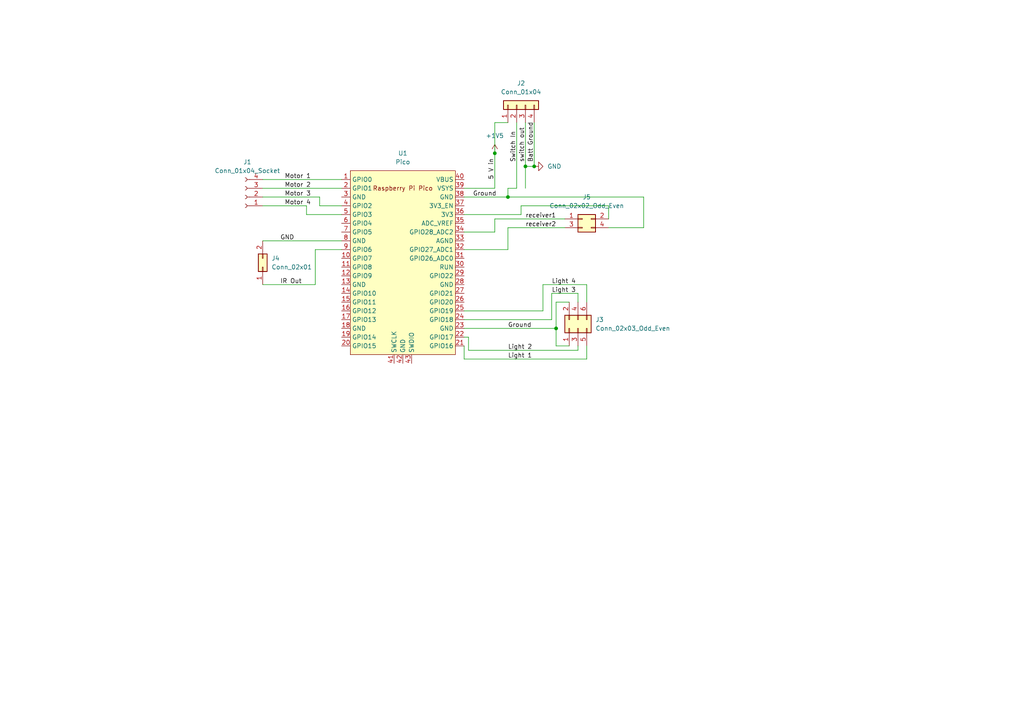
<source format=kicad_sch>
(kicad_sch (version 20231120) (generator "eeschema") (generator_version "8.0")
  (paper "A4")
  (lib_symbols
    (symbol "Connector:Conn_01x04_Socket" (pin_names (offset 1.016) hide)
      (property "Reference" "J" (at 0 5.08 0))
      (property "Value" "Conn_01x04_Socket" (at 0 -7.62 0))
      (symbol "Conn_01x04_Socket_1_1"
        (arc (start 0 -4.572) (mid -0.5058 -5.08) (end 0 -5.588) (stroke (width 0.1524)))
        (arc (start 0 -2.032) (mid -0.5058 -2.54) (end 0 -3.048) (stroke (width 0.1524)))
        (polyline (pts (xy -1.27 -5.08) (xy -0.508 -5.08)) (stroke (width 0.1524)))
        (polyline (pts (xy -1.27 -2.54) (xy -0.508 -2.54)) (stroke (width 0.1524)))
        (polyline (pts (xy -1.27 0) (xy -0.508 0)) (stroke (width 0.1524)))
        (polyline (pts (xy -1.27 2.54) (xy -0.508 2.54)) (stroke (width 0.1524)))
        (arc (start 0 0.508) (mid -0.5058 0) (end 0 -0.508) (stroke (width 0.1524)))
        (arc (start 0 3.048) (mid -0.5058 2.54) (end 0 2.032) (stroke (width 0.1524)))
        (pin passive line (at -5.08 2.54 0) (length 3.81) (name "Pin_1") (number "1"))
        (pin passive line (at -5.08 0 0) (length 3.81) (name "Pin_2") (number "2"))
        (pin passive line (at -5.08 -2.54 0) (length 3.81) (name "Pin_3") (number "3"))
        (pin passive line (at -5.08 -5.08 0) (length 3.81) (name "Pin_4") (number "4"))
      )
    )
    (symbol "Connector_Generic:Conn_01x04" (pin_names (offset 1.016) hide)
      (property "Reference" "J" (at 0 5.08 0))
      (property "Value" "Conn_01x04" (at 0 -7.62 0))
      (symbol "Conn_01x04_1_1"
        (rectangle (start -1.27 -4.953) (end 0 -5.207) (stroke (width 0.1524)))
        (rectangle (start -1.27 -2.413) (end 0 -2.667) (stroke (width 0.1524)))
        (rectangle (start -1.27 0.127) (end 0 -0.127) (stroke (width 0.1524)))
        (rectangle (start -1.27 2.667) (end 0 2.413) (stroke (width 0.1524)))
        (rectangle (start -1.27 3.81) (end 1.27 -6.35) (stroke (width 0.254)) (fill (type background)))
        (pin passive line (at -5.08 2.54 0) (length 3.81) (name "Pin_1") (number "1"))
        (pin passive line (at -5.08 0 0) (length 3.81) (name "Pin_2") (number "2"))
        (pin passive line (at -5.08 -2.54 0) (length 3.81) (name "Pin_3") (number "3"))
        (pin passive line (at -5.08 -5.08 0) (length 3.81) (name "Pin_4") (number "4"))
      )
    )
    (symbol "Connector_Generic:Conn_02x01" (pin_names (offset 1.016) hide)
      (property "Reference" "J" (at 1.27 2.54 0))
      (property "Value" "Conn_02x01" (at 1.27 -2.54 0))
      (symbol "Conn_02x01_1_1"
        (rectangle (start -1.27 0.127) (end 0 -0.127) (stroke (width 0.1524)))
        (rectangle (start -1.27 1.27) (end 3.81 -1.27) (stroke (width 0.254)) (fill (type background)))
        (rectangle (start 3.81 0.127) (end 2.54 -0.127) (stroke (width 0.1524)))
        (pin passive line (at -5.08 0 0) (length 3.81) (name "Pin_1") (number "1"))
        (pin passive line (at 7.62 0 180) (length 3.81) (name "Pin_2") (number "2"))
      )
    )
    (symbol "Connector_Generic:Conn_02x02_Odd_Even" (pin_names (offset 1.016) hide)
      (property "Reference" "J" (at 1.27 2.54 0))
      (property "Value" "Conn_02x02_Odd_Even" (at 1.27 -5.08 0))
      (symbol "Conn_02x02_Odd_Even_1_1"
        (rectangle (start -1.27 -2.413) (end 0 -2.667) (stroke (width 0.1524)))
        (rectangle (start -1.27 0.127) (end 0 -0.127) (stroke (width 0.1524)))
        (rectangle (start -1.27 1.27) (end 3.81 -3.81) (stroke (width 0.254)) (fill (type background)))
        (rectangle (start 3.81 -2.413) (end 2.54 -2.667) (stroke (width 0.1524)))
        (rectangle (start 3.81 0.127) (end 2.54 -0.127) (stroke (width 0.1524)))
        (pin passive line (at -5.08 0 0) (length 3.81) (name "Pin_1") (number "1"))
        (pin passive line (at 7.62 0 180) (length 3.81) (name "Pin_2") (number "2"))
        (pin passive line (at -5.08 -2.54 0) (length 3.81) (name "Pin_3") (number "3"))
        (pin passive line (at 7.62 -2.54 180) (length 3.81) (name "Pin_4") (number "4"))
      )
    )
    (symbol "Connector_Generic:Conn_02x03_Odd_Even" (pin_names (offset 1.016) hide)
      (property "Reference" "J" (at 1.27 5.08 0))
      (property "Value" "Conn_02x03_Odd_Even" (at 1.27 -5.08 0))
      (symbol "Conn_02x03_Odd_Even_1_1"
        (rectangle (start -1.27 -2.413) (end 0 -2.667) (stroke (width 0.1524)))
        (rectangle (start -1.27 0.127) (end 0 -0.127) (stroke (width 0.1524)))
        (rectangle (start -1.27 2.667) (end 0 2.413) (stroke (width 0.1524)))
        (rectangle (start -1.27 3.81) (end 3.81 -3.81) (stroke (width 0.254)) (fill (type background)))
        (rectangle (start 3.81 -2.413) (end 2.54 -2.667) (stroke (width 0.1524)))
        (rectangle (start 3.81 0.127) (end 2.54 -0.127) (stroke (width 0.1524)))
        (rectangle (start 3.81 2.667) (end 2.54 2.413) (stroke (width 0.1524)))
        (pin passive line (at -5.08 2.54 0) (length 3.81) (name "Pin_1") (number "1"))
        (pin passive line (at 7.62 2.54 180) (length 3.81) (name "Pin_2") (number "2"))
        (pin passive line (at -5.08 0 0) (length 3.81) (name "Pin_3") (number "3"))
        (pin passive line (at 7.62 0 180) (length 3.81) (name "Pin_4") (number "4"))
        (pin passive line (at -5.08 -2.54 0) (length 3.81) (name "Pin_5") (number "5"))
        (pin passive line (at 7.62 -2.54 180) (length 3.81) (name "Pin_6") (number "6"))
      )
    )
    (symbol "MCU_RaspberryPi_and_Boards:Pico"
      (property "Reference" "U" (at -13.97 27.94 0))
      (property "Value" "Pico" (at 0 19.05 0))
      (symbol "Pico_0_0"
        (text "Raspberry Pi Pico" (at 0 21.59 0) (effects (font (size 1.27 1.27))))
      )
      (symbol "Pico_0_1"
        (rectangle (start -15.24 26.67) (end 15.24 -26.67) (fill (type background)))
      )
      (symbol "Pico_1_1"
        (pin bidirectional line (at -17.78 24.13 0) (length 2.54) (name "GPIO0") (number "1"))
        (pin bidirectional line (at -17.78 1.27 0) (length 2.54) (name "GPIO7") (number "10"))
        (pin bidirectional line (at -17.78 -1.27 0) (length 2.54) (name "GPIO8") (number "11"))
        (pin bidirectional line (at -17.78 -3.81 0) (length 2.54) (name "GPIO9") (number "12"))
        (pin power_in line (at -17.78 -6.35 0) (length 2.54) (name "GND") (number "13"))
        (pin bidirectional line (at -17.78 -8.89 0) (length 2.54) (name "GPIO10") (number "14"))
        (pin bidirectional line (at -17.78 -11.43 0) (length 2.54) (name "GPIO11") (number "15"))
        (pin bidirectional line (at -17.78 -13.97 0) (length 2.54) (name "GPIO12") (number "16"))
        (pin bidirectional line (at -17.78 -16.51 0) (length 2.54) (name "GPIO13") (number "17"))
        (pin power_in line (at -17.78 -19.05 0) (length 2.54) (name "GND") (number "18"))
        (pin bidirectional line (at -17.78 -21.59 0) (length 2.54) (name "GPIO14") (number "19"))
        (pin bidirectional line (at -17.78 21.59 0) (length 2.54) (name "GPIO1") (number "2"))
        (pin bidirectional line (at -17.78 -24.13 0) (length 2.54) (name "GPIO15") (number "20"))
        (pin bidirectional line (at 17.78 -24.13 180) (length 2.54) (name "GPIO16") (number "21"))
        (pin bidirectional line (at 17.78 -21.59 180) (length 2.54) (name "GPIO17") (number "22"))
        (pin power_in line (at 17.78 -19.05 180) (length 2.54) (name "GND") (number "23"))
        (pin bidirectional line (at 17.78 -16.51 180) (length 2.54) (name "GPIO18") (number "24"))
        (pin bidirectional line (at 17.78 -13.97 180) (length 2.54) (name "GPIO19") (number "25"))
        (pin bidirectional line (at 17.78 -11.43 180) (length 2.54) (name "GPIO20") (number "26"))
        (pin bidirectional line (at 17.78 -8.89 180) (length 2.54) (name "GPIO21") (number "27"))
        (pin power_in line (at 17.78 -6.35 180) (length 2.54) (name "GND") (number "28"))
        (pin bidirectional line (at 17.78 -3.81 180) (length 2.54) (name "GPIO22") (number "29"))
        (pin power_in line (at -17.78 19.05 0) (length 2.54) (name "GND") (number "3"))
        (pin input line (at 17.78 -1.27 180) (length 2.54) (name "RUN") (number "30"))
        (pin bidirectional line (at 17.78 1.27 180) (length 2.54) (name "GPIO26_ADC0") (number "31"))
        (pin bidirectional line (at 17.78 3.81 180) (length 2.54) (name "GPIO27_ADC1") (number "32"))
        (pin power_in line (at 17.78 6.35 180) (length 2.54) (name "AGND") (number "33"))
        (pin bidirectional line (at 17.78 8.89 180) (length 2.54) (name "GPIO28_ADC2") (number "34"))
        (pin power_in line (at 17.78 11.43 180) (length 2.54) (name "ADC_VREF") (number "35"))
        (pin power_in line (at 17.78 13.97 180) (length 2.54) (name "3V3") (number "36"))
        (pin input line (at 17.78 16.51 180) (length 2.54) (name "3V3_EN") (number "37"))
        (pin bidirectional line (at 17.78 19.05 180) (length 2.54) (name "GND") (number "38"))
        (pin power_in line (at 17.78 21.59 180) (length 2.54) (name "VSYS") (number "39"))
        (pin bidirectional line (at -17.78 16.51 0) (length 2.54) (name "GPIO2") (number "4"))
        (pin power_in line (at 17.78 24.13 180) (length 2.54) (name "VBUS") (number "40"))
        (pin input line (at -2.54 -29.21 90) (length 2.54) (name "SWCLK") (number "41"))
        (pin power_in line (at 0 -29.21 90) (length 2.54) (name "GND") (number "42"))
        (pin bidirectional line (at 2.54 -29.21 90) (length 2.54) (name "SWDIO") (number "43"))
        (pin bidirectional line (at -17.78 13.97 0) (length 2.54) (name "GPIO3") (number "5"))
        (pin bidirectional line (at -17.78 11.43 0) (length 2.54) (name "GPIO4") (number "6"))
        (pin bidirectional line (at -17.78 8.89 0) (length 2.54) (name "GPIO5") (number "7"))
        (pin power_in line (at -17.78 6.35 0) (length 2.54) (name "GND") (number "8"))
        (pin bidirectional line (at -17.78 3.81 0) (length 2.54) (name "GPIO6") (number "9"))
      )
    )
    (symbol "power:+1V5" (power) (pin_numbers hide) (pin_names (offset 0) hide)
      (property "Value" "+1V5" (at 0 3.556 0))
      (symbol "+1V5_0_1"
        (polyline (pts (xy -0.762 1.27) (xy 0 2.54)))
        (polyline (pts (xy 0 0) (xy 0 2.54)))
        (polyline (pts (xy 0 2.54) (xy 0.762 1.27)))
      )
      (symbol "+1V5_1_1"
        (pin power_in line (at 0 0 90) (length 0) (name "~") (number "1"))
      )
    )
    (symbol "power:GND" (power) (pin_numbers hide) (pin_names (offset 0) hide)
      (property "Value" "GND" (at 0 -3.81 0))
      (symbol "GND_0_1"
        (polyline (pts (xy 0 0) (xy 0 -1.27) (xy 1.27 -1.27) (xy 0 -2.54) (xy -1.27 -1.27) (xy 0 -1.27)))
      )
      (symbol "GND_1_1"
        (pin power_in line (at 0 0 270) (length 0) (name "~") (number "1"))
      )
    )
  )
  (junction (at 152.4 48.26))
  (junction (at 143.51 44.45))
  (junction (at 147.32 57.15))
  (junction (at 154.94 48.26))
  (junction (at 161.29 95.25))
  (wire (pts (xy 147.32 57.15) (xy 134.62 57.15)))
  (wire (pts (xy 165.1 100.33) (xy 161.29 100.33)))
  (wire (pts (xy 143.51 44.45) (xy 143.51 54.61)))
  (wire (pts (xy 143.51 63.5) (xy 143.51 67.31)))
  (wire (pts (xy 151.13 62.23) (xy 151.13 59.69)))
  (wire (pts (xy 76.2 59.69) (xy 88.9 59.69)))
  (wire (pts (xy 76.2 52.07) (xy 99.06 52.07)))
  (wire (pts (xy 160.02 85.09) (xy 160.02 92.71)))
  (wire (pts (xy 76.2 54.61) (xy 99.06 54.61)))
  (wire (pts (xy 143.51 67.31) (xy 134.62 67.31)))
  (wire (pts (xy 152.4 35.56) (xy 152.4 48.26)))
  (wire (pts (xy 152.4 48.26) (xy 152.4 54.61)))
  (wire (pts (xy 143.51 35.56) (xy 143.51 44.45)))
  (wire (pts (xy 149.86 54.61) (xy 147.32 54.61)))
  (wire (pts (xy 167.64 101.6) (xy 135.89 101.6)))
  (wire (pts (xy 154.94 35.56) (xy 154.94 48.26)))
  (wire (pts (xy 167.64 100.33) (xy 167.64 101.6)))
  (wire (pts (xy 92.71 57.15) (xy 92.71 59.69)))
  (wire (pts (xy 76.2 57.15) (xy 92.71 57.15)))
  (wire (pts (xy 92.71 59.69) (xy 99.06 59.69)))
  (wire (pts (xy 143.51 35.56) (xy 147.32 35.56)))
  (wire (pts (xy 134.62 100.33) (xy 134.62 104.14)))
  (wire (pts (xy 161.29 95.25) (xy 161.29 100.33)))
  (wire (pts (xy 151.13 59.69) (xy 176.53 59.69)))
  (wire (pts (xy 163.83 63.5) (xy 143.51 63.5)))
  (wire (pts (xy 147.32 54.61) (xy 147.32 57.15)))
  (wire (pts (xy 147.32 72.39) (xy 134.62 72.39)))
  (wire (pts (xy 186.69 57.15) (xy 186.69 66.04)))
  (wire (pts (xy 147.32 66.04) (xy 147.32 72.39)))
  (wire (pts (xy 170.18 100.33) (xy 170.18 104.14)))
  (wire (pts (xy 157.48 82.55) (xy 157.48 90.17)))
  (wire (pts (xy 134.62 90.17) (xy 157.48 90.17)))
  (wire (pts (xy 99.06 72.39) (xy 91.44 72.39)))
  (wire (pts (xy 167.64 87.63) (xy 167.64 85.09)))
  (wire (pts (xy 149.86 35.56) (xy 149.86 54.61)))
  (wire (pts (xy 161.29 87.63) (xy 161.29 95.25)))
  (wire (pts (xy 134.62 62.23) (xy 151.13 62.23)))
  (wire (pts (xy 170.18 104.14) (xy 134.62 104.14)))
  (wire (pts (xy 143.51 54.61) (xy 134.62 54.61)))
  (wire (pts (xy 88.9 59.69) (xy 88.9 62.23)))
  (wire (pts (xy 135.89 97.79) (xy 134.62 97.79)))
  (wire (pts (xy 88.9 62.23) (xy 99.06 62.23)))
  (wire (pts (xy 186.69 66.04) (xy 176.53 66.04)))
  (wire (pts (xy 135.89 101.6) (xy 135.89 97.79)))
  (wire (pts (xy 147.32 57.15) (xy 186.69 57.15)))
  (wire (pts (xy 160.02 92.71) (xy 134.62 92.71)))
  (wire (pts (xy 170.18 87.63) (xy 170.18 82.55)))
  (wire (pts (xy 163.83 66.04) (xy 147.32 66.04)))
  (wire (pts (xy 152.4 48.26) (xy 154.94 48.26)))
  (wire (pts (xy 161.29 87.63) (xy 165.1 87.63)))
  (wire (pts (xy 76.2 82.55) (xy 91.44 82.55)))
  (wire (pts (xy 176.53 59.69) (xy 176.53 63.5)))
  (wire (pts (xy 170.18 82.55) (xy 157.48 82.55)))
  (wire (pts (xy 91.44 72.39) (xy 91.44 82.55)))
  (wire (pts (xy 76.2 69.85) (xy 99.06 69.85)))
  (wire (pts (xy 167.64 85.09) (xy 160.02 85.09)))
  (wire (pts (xy 134.62 95.25) (xy 161.29 95.25)))
  (label "Light 1" (at 147.32 104.14 0))
  (label "Switch In" (at 149.86 46.99 90))
  (label "receiver2" (at 152.4 66.04 0))
  (label "Motor 1" (at 82.55 52.07 0))
  (label "Ground" (at 137.16 57.15 0))
  (label "Light 3" (at 160.02 85.09 0))
  (label "Ground" (at 147.32 95.25 0))
  (label "5 V in" (at 143.51 52.07 90))
  (label "Batt Ground" (at 154.94 46.99 90))
  (label "IR Out" (at 81.28 82.55 0))
  (label "GND" (at 81.28 69.85 0))
  (label "receiver1" (at 152.4 63.5 0))
  (label "Light 4" (at 160.02 82.55 0))
  (label "Motor 2" (at 82.55 54.61 0))
  (label "Motor 4" (at 82.55 59.69 0))
  (label "Light 2" (at 147.32 101.6 0))
  (label "switch out" (at 152.4 46.99 90))
  (label "Motor 3" (at 82.55 57.15 0))
  (symbol (lib_id "power:+1V5") (at 143.51 44.45 0) (unit 1)
    (property "Reference" "#PWR01" (effects (hide yes)))
    (property "Value" "+1V5" (at 143.51 39.37 0))
    (property "Description" "Power symbol creates a global label with name \"+1V5\"" (effects (hide yes)))
  )
  (symbol (lib_id "MCU_RaspberryPi_and_Boards:Pico") (at 116.84 76.2 0) (unit 1)
    (property "Reference" "U1" (at 116.84 44.45 0))
    (property "Value" "Pico" (at 116.84 46.99 0))
    (property "Footprint" "MCU_RaspberryPi_and_Boards:RPi_Pico_SMD_TH" (effects (hide yes)))
  )
  (symbol (lib_id "Connector_Generic:Conn_01x04") (at 149.86 30.48 90) (unit 1)
    (property "Reference" "J2" (at 151.13 24.13 90))
    (property "Value" "Conn_01x04" (at 151.13 26.67 90))
    (property "Footprint" "Connector_PinHeader_2.54mm:PinHeader_1x04_P2.54mm_Vertical" (effects (hide yes)))
    (property "Description" "Generic connector, single row, 01x04, script generated (kicad-library-utils/schlib/autogen/connector/)" (effects (hide yes)))
  )
  (symbol (lib_id "Connector_Generic:Conn_02x02_Odd_Even") (at 168.91 63.5 0) (unit 1)
    (property "Reference" "J5" (at 170.18 57.15 0))
    (property "Value" "Conn_02x02_Odd_Even" (at 170.18 59.69 0))
    (property "Footprint" "Connector_PinHeader_2.54mm:PinHeader_2x02_P2.54mm_Vertical" (effects (hide yes)))
    (property "Description" "Generic connector, double row, 02x02, odd/even pin numbering scheme (row 1 odd numbers, row 2 even numbers), script generated (kicad-library-utils/schlib/autogen/connector/)" (effects (hide yes)))
  )
  (symbol (lib_id "Connector_Generic:Conn_02x01") (at 76.2 77.47 90) (unit 1)
    (property "Reference" "J4" (at 78.74 74.9299 90) (effects (justify right)))
    (property "Value" "Conn_02x01" (at 78.74 77.4699 90) (effects (justify right)))
    (property "Footprint" "Connector_PinHeader_2.54mm:PinHeader_2x01_P2.54mm_Vertical" (effects (hide yes)))
    (property "Description" "Generic connector, double row, 02x01, this symbol is compatible with counter-clockwise, top-bottom and odd-even numbering schemes., script generated (kicad-library-utils/schlib/autogen/connector/)" (effects (hide yes)))
  )
  (symbol (lib_id "power:GND") (at 154.94 48.26 90) (unit 1)
    (property "Reference" "#PWR02" (effects (hide yes)))
    (property "Value" "GND" (at 158.75 48.2599 90) (effects (justify right)))
    (property "Description" "Power symbol creates a global label with name \"GND\" , ground" (effects (hide yes)))
  )
  (symbol (lib_id "Connector:Conn_01x04_Socket") (at 71.12 57.15 180) (unit 1)
    (property "Reference" "J1" (at 71.755 46.99 0))
    (property "Value" "Conn_01x04_Socket" (at 71.755 49.53 0))
    (property "Footprint" "Connector_PinHeader_2.54mm:PinHeader_1x04_P2.54mm_Vertical" (effects (hide yes)))
    (property "Description" "Generic connector, single row, 01x04, script generated" (effects (hide yes)))
  )
  (symbol (lib_id "Connector_Generic:Conn_02x03_Odd_Even") (at 167.64 95.25 90) (unit 1)
    (property "Reference" "J3" (at 172.72 92.7099 90) (effects (justify right)))
    (property "Value" "Conn_02x03_Odd_Even" (at 172.72 95.2499 90) (effects (justify right)))
    (property "Footprint" "Connector_PinHeader_2.54mm:PinHeader_2x03_P2.54mm_Vertical" (effects (hide yes)))
    (property "Description" "Generic connector, double row, 02x03, odd/even pin numbering scheme (row 1 odd numbers, row 2 even numbers), script generated (kicad-library-utils/schlib/autogen/connector/)" (effects (hide yes)))
  )
)
</source>
